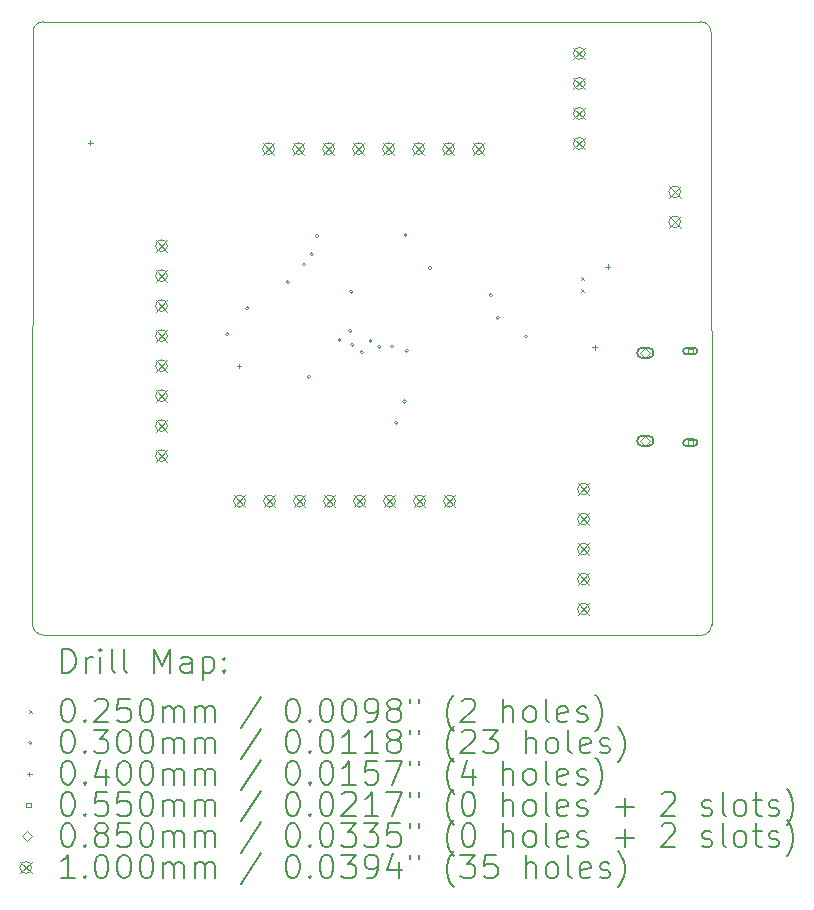
<source format=gbr>
%TF.GenerationSoftware,KiCad,Pcbnew,(6.0.8)*%
%TF.CreationDate,2022-10-27T20:00:06-05:00*%
%TF.ProjectId,STM32RFBoardPhil,53544d33-3252-4464-926f-617264506869,rev?*%
%TF.SameCoordinates,Original*%
%TF.FileFunction,Drillmap*%
%TF.FilePolarity,Positive*%
%FSLAX45Y45*%
G04 Gerber Fmt 4.5, Leading zero omitted, Abs format (unit mm)*
G04 Created by KiCad (PCBNEW (6.0.8)) date 2022-10-27 20:00:06*
%MOMM*%
%LPD*%
G01*
G04 APERTURE LIST*
%ADD10C,0.100000*%
%ADD11C,0.200000*%
%ADD12C,0.025000*%
%ADD13C,0.030000*%
%ADD14C,0.040000*%
%ADD15C,0.055000*%
%ADD16C,0.085000*%
G04 APERTURE END LIST*
D10*
X18370000Y-13650000D02*
X18366360Y-8633640D01*
X12709616Y-13735593D02*
X18280000Y-13740000D01*
X12713640Y-8543640D02*
G75*
G03*
X12623640Y-8633640I0J-90000D01*
G01*
X12623640Y-8633640D02*
X12619616Y-13645593D01*
X18366360Y-8633640D02*
G75*
G03*
X18276360Y-8543640I-90000J0D01*
G01*
X18280000Y-13740000D02*
G75*
G03*
X18370000Y-13650000I0J90000D01*
G01*
X12619617Y-13645593D02*
G75*
G03*
X12709616Y-13735593I90003J3D01*
G01*
X18276360Y-8543640D02*
X12713640Y-8543640D01*
D11*
D12*
X17262960Y-10705040D02*
X17287960Y-10730040D01*
X17287960Y-10705040D02*
X17262960Y-10730040D01*
X17262960Y-10805040D02*
X17287960Y-10830040D01*
X17287960Y-10805040D02*
X17262960Y-10830040D01*
D13*
X14285000Y-11190000D02*
G75*
G03*
X14285000Y-11190000I-15000J0D01*
G01*
X14455000Y-10970000D02*
G75*
G03*
X14455000Y-10970000I-15000J0D01*
G01*
X14795000Y-10750000D02*
G75*
G03*
X14795000Y-10750000I-15000J0D01*
G01*
X14935000Y-10600000D02*
G75*
G03*
X14935000Y-10600000I-15000J0D01*
G01*
X14975000Y-11550000D02*
G75*
G03*
X14975000Y-11550000I-15000J0D01*
G01*
X15000540Y-10514460D02*
G75*
G03*
X15000540Y-10514460I-15000J0D01*
G01*
X15043431Y-10358431D02*
G75*
G03*
X15043431Y-10358431I-15000J0D01*
G01*
X15235219Y-11238900D02*
G75*
G03*
X15235219Y-11238900I-15000J0D01*
G01*
X15325000Y-11160000D02*
G75*
G03*
X15325000Y-11160000I-15000J0D01*
G01*
X15335000Y-10830000D02*
G75*
G03*
X15335000Y-10830000I-15000J0D01*
G01*
X15344424Y-11279698D02*
G75*
G03*
X15344424Y-11279698I-15000J0D01*
G01*
X15422591Y-11341986D02*
G75*
G03*
X15422591Y-11341986I-15000J0D01*
G01*
X15496776Y-11247161D02*
G75*
G03*
X15496776Y-11247161I-15000J0D01*
G01*
X15572132Y-11296279D02*
G75*
G03*
X15572132Y-11296279I-15000J0D01*
G01*
X15680000Y-11295000D02*
G75*
G03*
X15680000Y-11295000I-15000J0D01*
G01*
X15715000Y-11940000D02*
G75*
G03*
X15715000Y-11940000I-15000J0D01*
G01*
X15785000Y-11760000D02*
G75*
G03*
X15785000Y-11760000I-15000J0D01*
G01*
X15795000Y-10350000D02*
G75*
G03*
X15795000Y-10350000I-15000J0D01*
G01*
X15805000Y-11330000D02*
G75*
G03*
X15805000Y-11330000I-15000J0D01*
G01*
X16000000Y-10630000D02*
G75*
G03*
X16000000Y-10630000I-15000J0D01*
G01*
X16515000Y-10860000D02*
G75*
G03*
X16515000Y-10860000I-15000J0D01*
G01*
X16575000Y-11050000D02*
G75*
G03*
X16575000Y-11050000I-15000J0D01*
G01*
X16815000Y-11210000D02*
G75*
G03*
X16815000Y-11210000I-15000J0D01*
G01*
D14*
X13110000Y-9550000D02*
X13110000Y-9590000D01*
X13090000Y-9570000D02*
X13130000Y-9570000D01*
X14370000Y-11440000D02*
X14370000Y-11480000D01*
X14350000Y-11460000D02*
X14390000Y-11460000D01*
X17380000Y-11280000D02*
X17380000Y-11320000D01*
X17360000Y-11300000D02*
X17400000Y-11300000D01*
X17490000Y-10600000D02*
X17490000Y-10640000D01*
X17470000Y-10620000D02*
X17510000Y-10620000D01*
D15*
X18208946Y-11352446D02*
X18208946Y-11313554D01*
X18170054Y-11313554D01*
X18170054Y-11352446D01*
X18208946Y-11352446D01*
D11*
X18157000Y-11360500D02*
X18222000Y-11360500D01*
X18157000Y-11305500D02*
X18222000Y-11305500D01*
X18222000Y-11360500D02*
G75*
G03*
X18222000Y-11305500I0J27500D01*
G01*
X18157000Y-11305500D02*
G75*
G03*
X18157000Y-11360500I0J-27500D01*
G01*
D15*
X18208946Y-12127446D02*
X18208946Y-12088554D01*
X18170054Y-12088554D01*
X18170054Y-12127446D01*
X18208946Y-12127446D01*
D11*
X18157000Y-12135500D02*
X18222000Y-12135500D01*
X18157000Y-12080500D02*
X18222000Y-12080500D01*
X18222000Y-12135500D02*
G75*
G03*
X18222000Y-12080500I0J27500D01*
G01*
X18157000Y-12080500D02*
G75*
G03*
X18157000Y-12135500I0J-27500D01*
G01*
D16*
X17809500Y-11390500D02*
X17852000Y-11348000D01*
X17809500Y-11305500D01*
X17767000Y-11348000D01*
X17809500Y-11390500D01*
D11*
X17782000Y-11390500D02*
X17837000Y-11390500D01*
X17782000Y-11305500D02*
X17837000Y-11305500D01*
X17837000Y-11390500D02*
G75*
G03*
X17837000Y-11305500I0J42500D01*
G01*
X17782000Y-11305500D02*
G75*
G03*
X17782000Y-11390500I0J-42500D01*
G01*
D16*
X17809500Y-12135500D02*
X17852000Y-12093000D01*
X17809500Y-12050500D01*
X17767000Y-12093000D01*
X17809500Y-12135500D01*
D11*
X17782000Y-12135500D02*
X17837000Y-12135500D01*
X17782000Y-12050500D02*
X17837000Y-12050500D01*
X17837000Y-12135500D02*
G75*
G03*
X17837000Y-12050500I0J42500D01*
G01*
X17782000Y-12050500D02*
G75*
G03*
X17782000Y-12135500I0J-42500D01*
G01*
D10*
X13662260Y-10391340D02*
X13762260Y-10491340D01*
X13762260Y-10391340D02*
X13662260Y-10491340D01*
X13762260Y-10441340D02*
G75*
G03*
X13762260Y-10441340I-50000J0D01*
G01*
X13662260Y-10645340D02*
X13762260Y-10745340D01*
X13762260Y-10645340D02*
X13662260Y-10745340D01*
X13762260Y-10695340D02*
G75*
G03*
X13762260Y-10695340I-50000J0D01*
G01*
X13662260Y-10899340D02*
X13762260Y-10999340D01*
X13762260Y-10899340D02*
X13662260Y-10999340D01*
X13762260Y-10949340D02*
G75*
G03*
X13762260Y-10949340I-50000J0D01*
G01*
X13662260Y-11153340D02*
X13762260Y-11253340D01*
X13762260Y-11153340D02*
X13662260Y-11253340D01*
X13762260Y-11203340D02*
G75*
G03*
X13762260Y-11203340I-50000J0D01*
G01*
X13662260Y-11407340D02*
X13762260Y-11507340D01*
X13762260Y-11407340D02*
X13662260Y-11507340D01*
X13762260Y-11457340D02*
G75*
G03*
X13762260Y-11457340I-50000J0D01*
G01*
X13662260Y-11661340D02*
X13762260Y-11761340D01*
X13762260Y-11661340D02*
X13662260Y-11761340D01*
X13762260Y-11711340D02*
G75*
G03*
X13762260Y-11711340I-50000J0D01*
G01*
X13662260Y-11915340D02*
X13762260Y-12015340D01*
X13762260Y-11915340D02*
X13662260Y-12015340D01*
X13762260Y-11965340D02*
G75*
G03*
X13762260Y-11965340I-50000J0D01*
G01*
X13662260Y-12169340D02*
X13762260Y-12269340D01*
X13762260Y-12169340D02*
X13662260Y-12269340D01*
X13762260Y-12219340D02*
G75*
G03*
X13762260Y-12219340I-50000J0D01*
G01*
X14323580Y-12553340D02*
X14423580Y-12653340D01*
X14423580Y-12553340D02*
X14323580Y-12653340D01*
X14423580Y-12603340D02*
G75*
G03*
X14423580Y-12603340I-50000J0D01*
G01*
X14569500Y-9570000D02*
X14669500Y-9670000D01*
X14669500Y-9570000D02*
X14569500Y-9670000D01*
X14669500Y-9620000D02*
G75*
G03*
X14669500Y-9620000I-50000J0D01*
G01*
X14577580Y-12553340D02*
X14677580Y-12653340D01*
X14677580Y-12553340D02*
X14577580Y-12653340D01*
X14677580Y-12603340D02*
G75*
G03*
X14677580Y-12603340I-50000J0D01*
G01*
X14823500Y-9570000D02*
X14923500Y-9670000D01*
X14923500Y-9570000D02*
X14823500Y-9670000D01*
X14923500Y-9620000D02*
G75*
G03*
X14923500Y-9620000I-50000J0D01*
G01*
X14831580Y-12553340D02*
X14931580Y-12653340D01*
X14931580Y-12553340D02*
X14831580Y-12653340D01*
X14931580Y-12603340D02*
G75*
G03*
X14931580Y-12603340I-50000J0D01*
G01*
X15077500Y-9570000D02*
X15177500Y-9670000D01*
X15177500Y-9570000D02*
X15077500Y-9670000D01*
X15177500Y-9620000D02*
G75*
G03*
X15177500Y-9620000I-50000J0D01*
G01*
X15085580Y-12553340D02*
X15185580Y-12653340D01*
X15185580Y-12553340D02*
X15085580Y-12653340D01*
X15185580Y-12603340D02*
G75*
G03*
X15185580Y-12603340I-50000J0D01*
G01*
X15331500Y-9570000D02*
X15431500Y-9670000D01*
X15431500Y-9570000D02*
X15331500Y-9670000D01*
X15431500Y-9620000D02*
G75*
G03*
X15431500Y-9620000I-50000J0D01*
G01*
X15339580Y-12553340D02*
X15439580Y-12653340D01*
X15439580Y-12553340D02*
X15339580Y-12653340D01*
X15439580Y-12603340D02*
G75*
G03*
X15439580Y-12603340I-50000J0D01*
G01*
X15585500Y-9570000D02*
X15685500Y-9670000D01*
X15685500Y-9570000D02*
X15585500Y-9670000D01*
X15685500Y-9620000D02*
G75*
G03*
X15685500Y-9620000I-50000J0D01*
G01*
X15593580Y-12553340D02*
X15693580Y-12653340D01*
X15693580Y-12553340D02*
X15593580Y-12653340D01*
X15693580Y-12603340D02*
G75*
G03*
X15693580Y-12603340I-50000J0D01*
G01*
X15839500Y-9570000D02*
X15939500Y-9670000D01*
X15939500Y-9570000D02*
X15839500Y-9670000D01*
X15939500Y-9620000D02*
G75*
G03*
X15939500Y-9620000I-50000J0D01*
G01*
X15847580Y-12553340D02*
X15947580Y-12653340D01*
X15947580Y-12553340D02*
X15847580Y-12653340D01*
X15947580Y-12603340D02*
G75*
G03*
X15947580Y-12603340I-50000J0D01*
G01*
X16093500Y-9570000D02*
X16193500Y-9670000D01*
X16193500Y-9570000D02*
X16093500Y-9670000D01*
X16193500Y-9620000D02*
G75*
G03*
X16193500Y-9620000I-50000J0D01*
G01*
X16101580Y-12553340D02*
X16201580Y-12653340D01*
X16201580Y-12553340D02*
X16101580Y-12653340D01*
X16201580Y-12603340D02*
G75*
G03*
X16201580Y-12603340I-50000J0D01*
G01*
X16347500Y-9570000D02*
X16447500Y-9670000D01*
X16447500Y-9570000D02*
X16347500Y-9670000D01*
X16447500Y-9620000D02*
G75*
G03*
X16447500Y-9620000I-50000J0D01*
G01*
X17200000Y-8763000D02*
X17300000Y-8863000D01*
X17300000Y-8763000D02*
X17200000Y-8863000D01*
X17300000Y-8813000D02*
G75*
G03*
X17300000Y-8813000I-50000J0D01*
G01*
X17200000Y-9017000D02*
X17300000Y-9117000D01*
X17300000Y-9017000D02*
X17200000Y-9117000D01*
X17300000Y-9067000D02*
G75*
G03*
X17300000Y-9067000I-50000J0D01*
G01*
X17200000Y-9271000D02*
X17300000Y-9371000D01*
X17300000Y-9271000D02*
X17200000Y-9371000D01*
X17300000Y-9321000D02*
G75*
G03*
X17300000Y-9321000I-50000J0D01*
G01*
X17200000Y-9525000D02*
X17300000Y-9625000D01*
X17300000Y-9525000D02*
X17200000Y-9625000D01*
X17300000Y-9575000D02*
G75*
G03*
X17300000Y-9575000I-50000J0D01*
G01*
X17235460Y-12451540D02*
X17335460Y-12551540D01*
X17335460Y-12451540D02*
X17235460Y-12551540D01*
X17335460Y-12501540D02*
G75*
G03*
X17335460Y-12501540I-50000J0D01*
G01*
X17235460Y-12705540D02*
X17335460Y-12805540D01*
X17335460Y-12705540D02*
X17235460Y-12805540D01*
X17335460Y-12755540D02*
G75*
G03*
X17335460Y-12755540I-50000J0D01*
G01*
X17235460Y-12959540D02*
X17335460Y-13059540D01*
X17335460Y-12959540D02*
X17235460Y-13059540D01*
X17335460Y-13009540D02*
G75*
G03*
X17335460Y-13009540I-50000J0D01*
G01*
X17235460Y-13213540D02*
X17335460Y-13313540D01*
X17335460Y-13213540D02*
X17235460Y-13313540D01*
X17335460Y-13263540D02*
G75*
G03*
X17335460Y-13263540I-50000J0D01*
G01*
X17235460Y-13467540D02*
X17335460Y-13567540D01*
X17335460Y-13467540D02*
X17235460Y-13567540D01*
X17335460Y-13517540D02*
G75*
G03*
X17335460Y-13517540I-50000J0D01*
G01*
X18007960Y-9935000D02*
X18107960Y-10035000D01*
X18107960Y-9935000D02*
X18007960Y-10035000D01*
X18107960Y-9985000D02*
G75*
G03*
X18107960Y-9985000I-50000J0D01*
G01*
X18007960Y-10189000D02*
X18107960Y-10289000D01*
X18107960Y-10189000D02*
X18007960Y-10289000D01*
X18107960Y-10239000D02*
G75*
G03*
X18107960Y-10239000I-50000J0D01*
G01*
D11*
X12872235Y-14055476D02*
X12872235Y-13855476D01*
X12919854Y-13855476D01*
X12948426Y-13865000D01*
X12967474Y-13884048D01*
X12976997Y-13903095D01*
X12986521Y-13941190D01*
X12986521Y-13969762D01*
X12976997Y-14007857D01*
X12967474Y-14026905D01*
X12948426Y-14045952D01*
X12919854Y-14055476D01*
X12872235Y-14055476D01*
X13072235Y-14055476D02*
X13072235Y-13922143D01*
X13072235Y-13960238D02*
X13081759Y-13941190D01*
X13091283Y-13931667D01*
X13110331Y-13922143D01*
X13129378Y-13922143D01*
X13196045Y-14055476D02*
X13196045Y-13922143D01*
X13196045Y-13855476D02*
X13186521Y-13865000D01*
X13196045Y-13874524D01*
X13205569Y-13865000D01*
X13196045Y-13855476D01*
X13196045Y-13874524D01*
X13319854Y-14055476D02*
X13300807Y-14045952D01*
X13291283Y-14026905D01*
X13291283Y-13855476D01*
X13424616Y-14055476D02*
X13405569Y-14045952D01*
X13396045Y-14026905D01*
X13396045Y-13855476D01*
X13653188Y-14055476D02*
X13653188Y-13855476D01*
X13719854Y-13998333D01*
X13786521Y-13855476D01*
X13786521Y-14055476D01*
X13967474Y-14055476D02*
X13967474Y-13950714D01*
X13957950Y-13931667D01*
X13938902Y-13922143D01*
X13900807Y-13922143D01*
X13881759Y-13931667D01*
X13967474Y-14045952D02*
X13948426Y-14055476D01*
X13900807Y-14055476D01*
X13881759Y-14045952D01*
X13872235Y-14026905D01*
X13872235Y-14007857D01*
X13881759Y-13988809D01*
X13900807Y-13979286D01*
X13948426Y-13979286D01*
X13967474Y-13969762D01*
X14062712Y-13922143D02*
X14062712Y-14122143D01*
X14062712Y-13931667D02*
X14081759Y-13922143D01*
X14119854Y-13922143D01*
X14138902Y-13931667D01*
X14148426Y-13941190D01*
X14157950Y-13960238D01*
X14157950Y-14017381D01*
X14148426Y-14036428D01*
X14138902Y-14045952D01*
X14119854Y-14055476D01*
X14081759Y-14055476D01*
X14062712Y-14045952D01*
X14243664Y-14036428D02*
X14253188Y-14045952D01*
X14243664Y-14055476D01*
X14234140Y-14045952D01*
X14243664Y-14036428D01*
X14243664Y-14055476D01*
X14243664Y-13931667D02*
X14253188Y-13941190D01*
X14243664Y-13950714D01*
X14234140Y-13941190D01*
X14243664Y-13931667D01*
X14243664Y-13950714D01*
D12*
X12589616Y-14372500D02*
X12614616Y-14397500D01*
X12614616Y-14372500D02*
X12589616Y-14397500D01*
D11*
X12910331Y-14275476D02*
X12929378Y-14275476D01*
X12948426Y-14285000D01*
X12957950Y-14294524D01*
X12967474Y-14313571D01*
X12976997Y-14351667D01*
X12976997Y-14399286D01*
X12967474Y-14437381D01*
X12957950Y-14456428D01*
X12948426Y-14465952D01*
X12929378Y-14475476D01*
X12910331Y-14475476D01*
X12891283Y-14465952D01*
X12881759Y-14456428D01*
X12872235Y-14437381D01*
X12862712Y-14399286D01*
X12862712Y-14351667D01*
X12872235Y-14313571D01*
X12881759Y-14294524D01*
X12891283Y-14285000D01*
X12910331Y-14275476D01*
X13062712Y-14456428D02*
X13072235Y-14465952D01*
X13062712Y-14475476D01*
X13053188Y-14465952D01*
X13062712Y-14456428D01*
X13062712Y-14475476D01*
X13148426Y-14294524D02*
X13157950Y-14285000D01*
X13176997Y-14275476D01*
X13224616Y-14275476D01*
X13243664Y-14285000D01*
X13253188Y-14294524D01*
X13262712Y-14313571D01*
X13262712Y-14332619D01*
X13253188Y-14361190D01*
X13138902Y-14475476D01*
X13262712Y-14475476D01*
X13443664Y-14275476D02*
X13348426Y-14275476D01*
X13338902Y-14370714D01*
X13348426Y-14361190D01*
X13367474Y-14351667D01*
X13415093Y-14351667D01*
X13434140Y-14361190D01*
X13443664Y-14370714D01*
X13453188Y-14389762D01*
X13453188Y-14437381D01*
X13443664Y-14456428D01*
X13434140Y-14465952D01*
X13415093Y-14475476D01*
X13367474Y-14475476D01*
X13348426Y-14465952D01*
X13338902Y-14456428D01*
X13576997Y-14275476D02*
X13596045Y-14275476D01*
X13615093Y-14285000D01*
X13624616Y-14294524D01*
X13634140Y-14313571D01*
X13643664Y-14351667D01*
X13643664Y-14399286D01*
X13634140Y-14437381D01*
X13624616Y-14456428D01*
X13615093Y-14465952D01*
X13596045Y-14475476D01*
X13576997Y-14475476D01*
X13557950Y-14465952D01*
X13548426Y-14456428D01*
X13538902Y-14437381D01*
X13529378Y-14399286D01*
X13529378Y-14351667D01*
X13538902Y-14313571D01*
X13548426Y-14294524D01*
X13557950Y-14285000D01*
X13576997Y-14275476D01*
X13729378Y-14475476D02*
X13729378Y-14342143D01*
X13729378Y-14361190D02*
X13738902Y-14351667D01*
X13757950Y-14342143D01*
X13786521Y-14342143D01*
X13805569Y-14351667D01*
X13815093Y-14370714D01*
X13815093Y-14475476D01*
X13815093Y-14370714D02*
X13824616Y-14351667D01*
X13843664Y-14342143D01*
X13872235Y-14342143D01*
X13891283Y-14351667D01*
X13900807Y-14370714D01*
X13900807Y-14475476D01*
X13996045Y-14475476D02*
X13996045Y-14342143D01*
X13996045Y-14361190D02*
X14005569Y-14351667D01*
X14024616Y-14342143D01*
X14053188Y-14342143D01*
X14072235Y-14351667D01*
X14081759Y-14370714D01*
X14081759Y-14475476D01*
X14081759Y-14370714D02*
X14091283Y-14351667D01*
X14110331Y-14342143D01*
X14138902Y-14342143D01*
X14157950Y-14351667D01*
X14167474Y-14370714D01*
X14167474Y-14475476D01*
X14557950Y-14265952D02*
X14386521Y-14523095D01*
X14815093Y-14275476D02*
X14834140Y-14275476D01*
X14853188Y-14285000D01*
X14862712Y-14294524D01*
X14872235Y-14313571D01*
X14881759Y-14351667D01*
X14881759Y-14399286D01*
X14872235Y-14437381D01*
X14862712Y-14456428D01*
X14853188Y-14465952D01*
X14834140Y-14475476D01*
X14815093Y-14475476D01*
X14796045Y-14465952D01*
X14786521Y-14456428D01*
X14776997Y-14437381D01*
X14767474Y-14399286D01*
X14767474Y-14351667D01*
X14776997Y-14313571D01*
X14786521Y-14294524D01*
X14796045Y-14285000D01*
X14815093Y-14275476D01*
X14967474Y-14456428D02*
X14976997Y-14465952D01*
X14967474Y-14475476D01*
X14957950Y-14465952D01*
X14967474Y-14456428D01*
X14967474Y-14475476D01*
X15100807Y-14275476D02*
X15119854Y-14275476D01*
X15138902Y-14285000D01*
X15148426Y-14294524D01*
X15157950Y-14313571D01*
X15167474Y-14351667D01*
X15167474Y-14399286D01*
X15157950Y-14437381D01*
X15148426Y-14456428D01*
X15138902Y-14465952D01*
X15119854Y-14475476D01*
X15100807Y-14475476D01*
X15081759Y-14465952D01*
X15072235Y-14456428D01*
X15062712Y-14437381D01*
X15053188Y-14399286D01*
X15053188Y-14351667D01*
X15062712Y-14313571D01*
X15072235Y-14294524D01*
X15081759Y-14285000D01*
X15100807Y-14275476D01*
X15291283Y-14275476D02*
X15310331Y-14275476D01*
X15329378Y-14285000D01*
X15338902Y-14294524D01*
X15348426Y-14313571D01*
X15357950Y-14351667D01*
X15357950Y-14399286D01*
X15348426Y-14437381D01*
X15338902Y-14456428D01*
X15329378Y-14465952D01*
X15310331Y-14475476D01*
X15291283Y-14475476D01*
X15272235Y-14465952D01*
X15262712Y-14456428D01*
X15253188Y-14437381D01*
X15243664Y-14399286D01*
X15243664Y-14351667D01*
X15253188Y-14313571D01*
X15262712Y-14294524D01*
X15272235Y-14285000D01*
X15291283Y-14275476D01*
X15453188Y-14475476D02*
X15491283Y-14475476D01*
X15510331Y-14465952D01*
X15519854Y-14456428D01*
X15538902Y-14427857D01*
X15548426Y-14389762D01*
X15548426Y-14313571D01*
X15538902Y-14294524D01*
X15529378Y-14285000D01*
X15510331Y-14275476D01*
X15472235Y-14275476D01*
X15453188Y-14285000D01*
X15443664Y-14294524D01*
X15434140Y-14313571D01*
X15434140Y-14361190D01*
X15443664Y-14380238D01*
X15453188Y-14389762D01*
X15472235Y-14399286D01*
X15510331Y-14399286D01*
X15529378Y-14389762D01*
X15538902Y-14380238D01*
X15548426Y-14361190D01*
X15662712Y-14361190D02*
X15643664Y-14351667D01*
X15634140Y-14342143D01*
X15624616Y-14323095D01*
X15624616Y-14313571D01*
X15634140Y-14294524D01*
X15643664Y-14285000D01*
X15662712Y-14275476D01*
X15700807Y-14275476D01*
X15719854Y-14285000D01*
X15729378Y-14294524D01*
X15738902Y-14313571D01*
X15738902Y-14323095D01*
X15729378Y-14342143D01*
X15719854Y-14351667D01*
X15700807Y-14361190D01*
X15662712Y-14361190D01*
X15643664Y-14370714D01*
X15634140Y-14380238D01*
X15624616Y-14399286D01*
X15624616Y-14437381D01*
X15634140Y-14456428D01*
X15643664Y-14465952D01*
X15662712Y-14475476D01*
X15700807Y-14475476D01*
X15719854Y-14465952D01*
X15729378Y-14456428D01*
X15738902Y-14437381D01*
X15738902Y-14399286D01*
X15729378Y-14380238D01*
X15719854Y-14370714D01*
X15700807Y-14361190D01*
X15815093Y-14275476D02*
X15815093Y-14313571D01*
X15891283Y-14275476D02*
X15891283Y-14313571D01*
X16186521Y-14551667D02*
X16176997Y-14542143D01*
X16157950Y-14513571D01*
X16148426Y-14494524D01*
X16138902Y-14465952D01*
X16129378Y-14418333D01*
X16129378Y-14380238D01*
X16138902Y-14332619D01*
X16148426Y-14304048D01*
X16157950Y-14285000D01*
X16176997Y-14256428D01*
X16186521Y-14246905D01*
X16253188Y-14294524D02*
X16262712Y-14285000D01*
X16281759Y-14275476D01*
X16329378Y-14275476D01*
X16348426Y-14285000D01*
X16357950Y-14294524D01*
X16367474Y-14313571D01*
X16367474Y-14332619D01*
X16357950Y-14361190D01*
X16243664Y-14475476D01*
X16367474Y-14475476D01*
X16605569Y-14475476D02*
X16605569Y-14275476D01*
X16691283Y-14475476D02*
X16691283Y-14370714D01*
X16681759Y-14351667D01*
X16662712Y-14342143D01*
X16634140Y-14342143D01*
X16615093Y-14351667D01*
X16605569Y-14361190D01*
X16815093Y-14475476D02*
X16796045Y-14465952D01*
X16786521Y-14456428D01*
X16776997Y-14437381D01*
X16776997Y-14380238D01*
X16786521Y-14361190D01*
X16796045Y-14351667D01*
X16815093Y-14342143D01*
X16843664Y-14342143D01*
X16862712Y-14351667D01*
X16872236Y-14361190D01*
X16881759Y-14380238D01*
X16881759Y-14437381D01*
X16872236Y-14456428D01*
X16862712Y-14465952D01*
X16843664Y-14475476D01*
X16815093Y-14475476D01*
X16996045Y-14475476D02*
X16976997Y-14465952D01*
X16967474Y-14446905D01*
X16967474Y-14275476D01*
X17148426Y-14465952D02*
X17129378Y-14475476D01*
X17091283Y-14475476D01*
X17072236Y-14465952D01*
X17062712Y-14446905D01*
X17062712Y-14370714D01*
X17072236Y-14351667D01*
X17091283Y-14342143D01*
X17129378Y-14342143D01*
X17148426Y-14351667D01*
X17157950Y-14370714D01*
X17157950Y-14389762D01*
X17062712Y-14408809D01*
X17234140Y-14465952D02*
X17253188Y-14475476D01*
X17291283Y-14475476D01*
X17310331Y-14465952D01*
X17319855Y-14446905D01*
X17319855Y-14437381D01*
X17310331Y-14418333D01*
X17291283Y-14408809D01*
X17262712Y-14408809D01*
X17243664Y-14399286D01*
X17234140Y-14380238D01*
X17234140Y-14370714D01*
X17243664Y-14351667D01*
X17262712Y-14342143D01*
X17291283Y-14342143D01*
X17310331Y-14351667D01*
X17386521Y-14551667D02*
X17396045Y-14542143D01*
X17415093Y-14513571D01*
X17424616Y-14494524D01*
X17434140Y-14465952D01*
X17443664Y-14418333D01*
X17443664Y-14380238D01*
X17434140Y-14332619D01*
X17424616Y-14304048D01*
X17415093Y-14285000D01*
X17396045Y-14256428D01*
X17386521Y-14246905D01*
D13*
X12614616Y-14649000D02*
G75*
G03*
X12614616Y-14649000I-15000J0D01*
G01*
D11*
X12910331Y-14539476D02*
X12929378Y-14539476D01*
X12948426Y-14549000D01*
X12957950Y-14558524D01*
X12967474Y-14577571D01*
X12976997Y-14615667D01*
X12976997Y-14663286D01*
X12967474Y-14701381D01*
X12957950Y-14720428D01*
X12948426Y-14729952D01*
X12929378Y-14739476D01*
X12910331Y-14739476D01*
X12891283Y-14729952D01*
X12881759Y-14720428D01*
X12872235Y-14701381D01*
X12862712Y-14663286D01*
X12862712Y-14615667D01*
X12872235Y-14577571D01*
X12881759Y-14558524D01*
X12891283Y-14549000D01*
X12910331Y-14539476D01*
X13062712Y-14720428D02*
X13072235Y-14729952D01*
X13062712Y-14739476D01*
X13053188Y-14729952D01*
X13062712Y-14720428D01*
X13062712Y-14739476D01*
X13138902Y-14539476D02*
X13262712Y-14539476D01*
X13196045Y-14615667D01*
X13224616Y-14615667D01*
X13243664Y-14625190D01*
X13253188Y-14634714D01*
X13262712Y-14653762D01*
X13262712Y-14701381D01*
X13253188Y-14720428D01*
X13243664Y-14729952D01*
X13224616Y-14739476D01*
X13167474Y-14739476D01*
X13148426Y-14729952D01*
X13138902Y-14720428D01*
X13386521Y-14539476D02*
X13405569Y-14539476D01*
X13424616Y-14549000D01*
X13434140Y-14558524D01*
X13443664Y-14577571D01*
X13453188Y-14615667D01*
X13453188Y-14663286D01*
X13443664Y-14701381D01*
X13434140Y-14720428D01*
X13424616Y-14729952D01*
X13405569Y-14739476D01*
X13386521Y-14739476D01*
X13367474Y-14729952D01*
X13357950Y-14720428D01*
X13348426Y-14701381D01*
X13338902Y-14663286D01*
X13338902Y-14615667D01*
X13348426Y-14577571D01*
X13357950Y-14558524D01*
X13367474Y-14549000D01*
X13386521Y-14539476D01*
X13576997Y-14539476D02*
X13596045Y-14539476D01*
X13615093Y-14549000D01*
X13624616Y-14558524D01*
X13634140Y-14577571D01*
X13643664Y-14615667D01*
X13643664Y-14663286D01*
X13634140Y-14701381D01*
X13624616Y-14720428D01*
X13615093Y-14729952D01*
X13596045Y-14739476D01*
X13576997Y-14739476D01*
X13557950Y-14729952D01*
X13548426Y-14720428D01*
X13538902Y-14701381D01*
X13529378Y-14663286D01*
X13529378Y-14615667D01*
X13538902Y-14577571D01*
X13548426Y-14558524D01*
X13557950Y-14549000D01*
X13576997Y-14539476D01*
X13729378Y-14739476D02*
X13729378Y-14606143D01*
X13729378Y-14625190D02*
X13738902Y-14615667D01*
X13757950Y-14606143D01*
X13786521Y-14606143D01*
X13805569Y-14615667D01*
X13815093Y-14634714D01*
X13815093Y-14739476D01*
X13815093Y-14634714D02*
X13824616Y-14615667D01*
X13843664Y-14606143D01*
X13872235Y-14606143D01*
X13891283Y-14615667D01*
X13900807Y-14634714D01*
X13900807Y-14739476D01*
X13996045Y-14739476D02*
X13996045Y-14606143D01*
X13996045Y-14625190D02*
X14005569Y-14615667D01*
X14024616Y-14606143D01*
X14053188Y-14606143D01*
X14072235Y-14615667D01*
X14081759Y-14634714D01*
X14081759Y-14739476D01*
X14081759Y-14634714D02*
X14091283Y-14615667D01*
X14110331Y-14606143D01*
X14138902Y-14606143D01*
X14157950Y-14615667D01*
X14167474Y-14634714D01*
X14167474Y-14739476D01*
X14557950Y-14529952D02*
X14386521Y-14787095D01*
X14815093Y-14539476D02*
X14834140Y-14539476D01*
X14853188Y-14549000D01*
X14862712Y-14558524D01*
X14872235Y-14577571D01*
X14881759Y-14615667D01*
X14881759Y-14663286D01*
X14872235Y-14701381D01*
X14862712Y-14720428D01*
X14853188Y-14729952D01*
X14834140Y-14739476D01*
X14815093Y-14739476D01*
X14796045Y-14729952D01*
X14786521Y-14720428D01*
X14776997Y-14701381D01*
X14767474Y-14663286D01*
X14767474Y-14615667D01*
X14776997Y-14577571D01*
X14786521Y-14558524D01*
X14796045Y-14549000D01*
X14815093Y-14539476D01*
X14967474Y-14720428D02*
X14976997Y-14729952D01*
X14967474Y-14739476D01*
X14957950Y-14729952D01*
X14967474Y-14720428D01*
X14967474Y-14739476D01*
X15100807Y-14539476D02*
X15119854Y-14539476D01*
X15138902Y-14549000D01*
X15148426Y-14558524D01*
X15157950Y-14577571D01*
X15167474Y-14615667D01*
X15167474Y-14663286D01*
X15157950Y-14701381D01*
X15148426Y-14720428D01*
X15138902Y-14729952D01*
X15119854Y-14739476D01*
X15100807Y-14739476D01*
X15081759Y-14729952D01*
X15072235Y-14720428D01*
X15062712Y-14701381D01*
X15053188Y-14663286D01*
X15053188Y-14615667D01*
X15062712Y-14577571D01*
X15072235Y-14558524D01*
X15081759Y-14549000D01*
X15100807Y-14539476D01*
X15357950Y-14739476D02*
X15243664Y-14739476D01*
X15300807Y-14739476D02*
X15300807Y-14539476D01*
X15281759Y-14568048D01*
X15262712Y-14587095D01*
X15243664Y-14596619D01*
X15548426Y-14739476D02*
X15434140Y-14739476D01*
X15491283Y-14739476D02*
X15491283Y-14539476D01*
X15472235Y-14568048D01*
X15453188Y-14587095D01*
X15434140Y-14596619D01*
X15662712Y-14625190D02*
X15643664Y-14615667D01*
X15634140Y-14606143D01*
X15624616Y-14587095D01*
X15624616Y-14577571D01*
X15634140Y-14558524D01*
X15643664Y-14549000D01*
X15662712Y-14539476D01*
X15700807Y-14539476D01*
X15719854Y-14549000D01*
X15729378Y-14558524D01*
X15738902Y-14577571D01*
X15738902Y-14587095D01*
X15729378Y-14606143D01*
X15719854Y-14615667D01*
X15700807Y-14625190D01*
X15662712Y-14625190D01*
X15643664Y-14634714D01*
X15634140Y-14644238D01*
X15624616Y-14663286D01*
X15624616Y-14701381D01*
X15634140Y-14720428D01*
X15643664Y-14729952D01*
X15662712Y-14739476D01*
X15700807Y-14739476D01*
X15719854Y-14729952D01*
X15729378Y-14720428D01*
X15738902Y-14701381D01*
X15738902Y-14663286D01*
X15729378Y-14644238D01*
X15719854Y-14634714D01*
X15700807Y-14625190D01*
X15815093Y-14539476D02*
X15815093Y-14577571D01*
X15891283Y-14539476D02*
X15891283Y-14577571D01*
X16186521Y-14815667D02*
X16176997Y-14806143D01*
X16157950Y-14777571D01*
X16148426Y-14758524D01*
X16138902Y-14729952D01*
X16129378Y-14682333D01*
X16129378Y-14644238D01*
X16138902Y-14596619D01*
X16148426Y-14568048D01*
X16157950Y-14549000D01*
X16176997Y-14520428D01*
X16186521Y-14510905D01*
X16253188Y-14558524D02*
X16262712Y-14549000D01*
X16281759Y-14539476D01*
X16329378Y-14539476D01*
X16348426Y-14549000D01*
X16357950Y-14558524D01*
X16367474Y-14577571D01*
X16367474Y-14596619D01*
X16357950Y-14625190D01*
X16243664Y-14739476D01*
X16367474Y-14739476D01*
X16434140Y-14539476D02*
X16557950Y-14539476D01*
X16491283Y-14615667D01*
X16519854Y-14615667D01*
X16538902Y-14625190D01*
X16548426Y-14634714D01*
X16557950Y-14653762D01*
X16557950Y-14701381D01*
X16548426Y-14720428D01*
X16538902Y-14729952D01*
X16519854Y-14739476D01*
X16462712Y-14739476D01*
X16443664Y-14729952D01*
X16434140Y-14720428D01*
X16796045Y-14739476D02*
X16796045Y-14539476D01*
X16881759Y-14739476D02*
X16881759Y-14634714D01*
X16872236Y-14615667D01*
X16853188Y-14606143D01*
X16824616Y-14606143D01*
X16805569Y-14615667D01*
X16796045Y-14625190D01*
X17005569Y-14739476D02*
X16986521Y-14729952D01*
X16976997Y-14720428D01*
X16967474Y-14701381D01*
X16967474Y-14644238D01*
X16976997Y-14625190D01*
X16986521Y-14615667D01*
X17005569Y-14606143D01*
X17034140Y-14606143D01*
X17053188Y-14615667D01*
X17062712Y-14625190D01*
X17072236Y-14644238D01*
X17072236Y-14701381D01*
X17062712Y-14720428D01*
X17053188Y-14729952D01*
X17034140Y-14739476D01*
X17005569Y-14739476D01*
X17186521Y-14739476D02*
X17167474Y-14729952D01*
X17157950Y-14710905D01*
X17157950Y-14539476D01*
X17338902Y-14729952D02*
X17319855Y-14739476D01*
X17281759Y-14739476D01*
X17262712Y-14729952D01*
X17253188Y-14710905D01*
X17253188Y-14634714D01*
X17262712Y-14615667D01*
X17281759Y-14606143D01*
X17319855Y-14606143D01*
X17338902Y-14615667D01*
X17348426Y-14634714D01*
X17348426Y-14653762D01*
X17253188Y-14672809D01*
X17424616Y-14729952D02*
X17443664Y-14739476D01*
X17481759Y-14739476D01*
X17500807Y-14729952D01*
X17510331Y-14710905D01*
X17510331Y-14701381D01*
X17500807Y-14682333D01*
X17481759Y-14672809D01*
X17453188Y-14672809D01*
X17434140Y-14663286D01*
X17424616Y-14644238D01*
X17424616Y-14634714D01*
X17434140Y-14615667D01*
X17453188Y-14606143D01*
X17481759Y-14606143D01*
X17500807Y-14615667D01*
X17576997Y-14815667D02*
X17586521Y-14806143D01*
X17605569Y-14777571D01*
X17615093Y-14758524D01*
X17624616Y-14729952D01*
X17634140Y-14682333D01*
X17634140Y-14644238D01*
X17624616Y-14596619D01*
X17615093Y-14568048D01*
X17605569Y-14549000D01*
X17586521Y-14520428D01*
X17576997Y-14510905D01*
D14*
X12594616Y-14893000D02*
X12594616Y-14933000D01*
X12574616Y-14913000D02*
X12614616Y-14913000D01*
D11*
X12910331Y-14803476D02*
X12929378Y-14803476D01*
X12948426Y-14813000D01*
X12957950Y-14822524D01*
X12967474Y-14841571D01*
X12976997Y-14879667D01*
X12976997Y-14927286D01*
X12967474Y-14965381D01*
X12957950Y-14984428D01*
X12948426Y-14993952D01*
X12929378Y-15003476D01*
X12910331Y-15003476D01*
X12891283Y-14993952D01*
X12881759Y-14984428D01*
X12872235Y-14965381D01*
X12862712Y-14927286D01*
X12862712Y-14879667D01*
X12872235Y-14841571D01*
X12881759Y-14822524D01*
X12891283Y-14813000D01*
X12910331Y-14803476D01*
X13062712Y-14984428D02*
X13072235Y-14993952D01*
X13062712Y-15003476D01*
X13053188Y-14993952D01*
X13062712Y-14984428D01*
X13062712Y-15003476D01*
X13243664Y-14870143D02*
X13243664Y-15003476D01*
X13196045Y-14793952D02*
X13148426Y-14936809D01*
X13272235Y-14936809D01*
X13386521Y-14803476D02*
X13405569Y-14803476D01*
X13424616Y-14813000D01*
X13434140Y-14822524D01*
X13443664Y-14841571D01*
X13453188Y-14879667D01*
X13453188Y-14927286D01*
X13443664Y-14965381D01*
X13434140Y-14984428D01*
X13424616Y-14993952D01*
X13405569Y-15003476D01*
X13386521Y-15003476D01*
X13367474Y-14993952D01*
X13357950Y-14984428D01*
X13348426Y-14965381D01*
X13338902Y-14927286D01*
X13338902Y-14879667D01*
X13348426Y-14841571D01*
X13357950Y-14822524D01*
X13367474Y-14813000D01*
X13386521Y-14803476D01*
X13576997Y-14803476D02*
X13596045Y-14803476D01*
X13615093Y-14813000D01*
X13624616Y-14822524D01*
X13634140Y-14841571D01*
X13643664Y-14879667D01*
X13643664Y-14927286D01*
X13634140Y-14965381D01*
X13624616Y-14984428D01*
X13615093Y-14993952D01*
X13596045Y-15003476D01*
X13576997Y-15003476D01*
X13557950Y-14993952D01*
X13548426Y-14984428D01*
X13538902Y-14965381D01*
X13529378Y-14927286D01*
X13529378Y-14879667D01*
X13538902Y-14841571D01*
X13548426Y-14822524D01*
X13557950Y-14813000D01*
X13576997Y-14803476D01*
X13729378Y-15003476D02*
X13729378Y-14870143D01*
X13729378Y-14889190D02*
X13738902Y-14879667D01*
X13757950Y-14870143D01*
X13786521Y-14870143D01*
X13805569Y-14879667D01*
X13815093Y-14898714D01*
X13815093Y-15003476D01*
X13815093Y-14898714D02*
X13824616Y-14879667D01*
X13843664Y-14870143D01*
X13872235Y-14870143D01*
X13891283Y-14879667D01*
X13900807Y-14898714D01*
X13900807Y-15003476D01*
X13996045Y-15003476D02*
X13996045Y-14870143D01*
X13996045Y-14889190D02*
X14005569Y-14879667D01*
X14024616Y-14870143D01*
X14053188Y-14870143D01*
X14072235Y-14879667D01*
X14081759Y-14898714D01*
X14081759Y-15003476D01*
X14081759Y-14898714D02*
X14091283Y-14879667D01*
X14110331Y-14870143D01*
X14138902Y-14870143D01*
X14157950Y-14879667D01*
X14167474Y-14898714D01*
X14167474Y-15003476D01*
X14557950Y-14793952D02*
X14386521Y-15051095D01*
X14815093Y-14803476D02*
X14834140Y-14803476D01*
X14853188Y-14813000D01*
X14862712Y-14822524D01*
X14872235Y-14841571D01*
X14881759Y-14879667D01*
X14881759Y-14927286D01*
X14872235Y-14965381D01*
X14862712Y-14984428D01*
X14853188Y-14993952D01*
X14834140Y-15003476D01*
X14815093Y-15003476D01*
X14796045Y-14993952D01*
X14786521Y-14984428D01*
X14776997Y-14965381D01*
X14767474Y-14927286D01*
X14767474Y-14879667D01*
X14776997Y-14841571D01*
X14786521Y-14822524D01*
X14796045Y-14813000D01*
X14815093Y-14803476D01*
X14967474Y-14984428D02*
X14976997Y-14993952D01*
X14967474Y-15003476D01*
X14957950Y-14993952D01*
X14967474Y-14984428D01*
X14967474Y-15003476D01*
X15100807Y-14803476D02*
X15119854Y-14803476D01*
X15138902Y-14813000D01*
X15148426Y-14822524D01*
X15157950Y-14841571D01*
X15167474Y-14879667D01*
X15167474Y-14927286D01*
X15157950Y-14965381D01*
X15148426Y-14984428D01*
X15138902Y-14993952D01*
X15119854Y-15003476D01*
X15100807Y-15003476D01*
X15081759Y-14993952D01*
X15072235Y-14984428D01*
X15062712Y-14965381D01*
X15053188Y-14927286D01*
X15053188Y-14879667D01*
X15062712Y-14841571D01*
X15072235Y-14822524D01*
X15081759Y-14813000D01*
X15100807Y-14803476D01*
X15357950Y-15003476D02*
X15243664Y-15003476D01*
X15300807Y-15003476D02*
X15300807Y-14803476D01*
X15281759Y-14832048D01*
X15262712Y-14851095D01*
X15243664Y-14860619D01*
X15538902Y-14803476D02*
X15443664Y-14803476D01*
X15434140Y-14898714D01*
X15443664Y-14889190D01*
X15462712Y-14879667D01*
X15510331Y-14879667D01*
X15529378Y-14889190D01*
X15538902Y-14898714D01*
X15548426Y-14917762D01*
X15548426Y-14965381D01*
X15538902Y-14984428D01*
X15529378Y-14993952D01*
X15510331Y-15003476D01*
X15462712Y-15003476D01*
X15443664Y-14993952D01*
X15434140Y-14984428D01*
X15615093Y-14803476D02*
X15748426Y-14803476D01*
X15662712Y-15003476D01*
X15815093Y-14803476D02*
X15815093Y-14841571D01*
X15891283Y-14803476D02*
X15891283Y-14841571D01*
X16186521Y-15079667D02*
X16176997Y-15070143D01*
X16157950Y-15041571D01*
X16148426Y-15022524D01*
X16138902Y-14993952D01*
X16129378Y-14946333D01*
X16129378Y-14908238D01*
X16138902Y-14860619D01*
X16148426Y-14832048D01*
X16157950Y-14813000D01*
X16176997Y-14784428D01*
X16186521Y-14774905D01*
X16348426Y-14870143D02*
X16348426Y-15003476D01*
X16300807Y-14793952D02*
X16253188Y-14936809D01*
X16376997Y-14936809D01*
X16605569Y-15003476D02*
X16605569Y-14803476D01*
X16691283Y-15003476D02*
X16691283Y-14898714D01*
X16681759Y-14879667D01*
X16662712Y-14870143D01*
X16634140Y-14870143D01*
X16615093Y-14879667D01*
X16605569Y-14889190D01*
X16815093Y-15003476D02*
X16796045Y-14993952D01*
X16786521Y-14984428D01*
X16776997Y-14965381D01*
X16776997Y-14908238D01*
X16786521Y-14889190D01*
X16796045Y-14879667D01*
X16815093Y-14870143D01*
X16843664Y-14870143D01*
X16862712Y-14879667D01*
X16872236Y-14889190D01*
X16881759Y-14908238D01*
X16881759Y-14965381D01*
X16872236Y-14984428D01*
X16862712Y-14993952D01*
X16843664Y-15003476D01*
X16815093Y-15003476D01*
X16996045Y-15003476D02*
X16976997Y-14993952D01*
X16967474Y-14974905D01*
X16967474Y-14803476D01*
X17148426Y-14993952D02*
X17129378Y-15003476D01*
X17091283Y-15003476D01*
X17072236Y-14993952D01*
X17062712Y-14974905D01*
X17062712Y-14898714D01*
X17072236Y-14879667D01*
X17091283Y-14870143D01*
X17129378Y-14870143D01*
X17148426Y-14879667D01*
X17157950Y-14898714D01*
X17157950Y-14917762D01*
X17062712Y-14936809D01*
X17234140Y-14993952D02*
X17253188Y-15003476D01*
X17291283Y-15003476D01*
X17310331Y-14993952D01*
X17319855Y-14974905D01*
X17319855Y-14965381D01*
X17310331Y-14946333D01*
X17291283Y-14936809D01*
X17262712Y-14936809D01*
X17243664Y-14927286D01*
X17234140Y-14908238D01*
X17234140Y-14898714D01*
X17243664Y-14879667D01*
X17262712Y-14870143D01*
X17291283Y-14870143D01*
X17310331Y-14879667D01*
X17386521Y-15079667D02*
X17396045Y-15070143D01*
X17415093Y-15041571D01*
X17424616Y-15022524D01*
X17434140Y-14993952D01*
X17443664Y-14946333D01*
X17443664Y-14908238D01*
X17434140Y-14860619D01*
X17424616Y-14832048D01*
X17415093Y-14813000D01*
X17396045Y-14784428D01*
X17386521Y-14774905D01*
D15*
X12606562Y-15196446D02*
X12606562Y-15157554D01*
X12567671Y-15157554D01*
X12567671Y-15196446D01*
X12606562Y-15196446D01*
D11*
X12910331Y-15067476D02*
X12929378Y-15067476D01*
X12948426Y-15077000D01*
X12957950Y-15086524D01*
X12967474Y-15105571D01*
X12976997Y-15143667D01*
X12976997Y-15191286D01*
X12967474Y-15229381D01*
X12957950Y-15248428D01*
X12948426Y-15257952D01*
X12929378Y-15267476D01*
X12910331Y-15267476D01*
X12891283Y-15257952D01*
X12881759Y-15248428D01*
X12872235Y-15229381D01*
X12862712Y-15191286D01*
X12862712Y-15143667D01*
X12872235Y-15105571D01*
X12881759Y-15086524D01*
X12891283Y-15077000D01*
X12910331Y-15067476D01*
X13062712Y-15248428D02*
X13072235Y-15257952D01*
X13062712Y-15267476D01*
X13053188Y-15257952D01*
X13062712Y-15248428D01*
X13062712Y-15267476D01*
X13253188Y-15067476D02*
X13157950Y-15067476D01*
X13148426Y-15162714D01*
X13157950Y-15153190D01*
X13176997Y-15143667D01*
X13224616Y-15143667D01*
X13243664Y-15153190D01*
X13253188Y-15162714D01*
X13262712Y-15181762D01*
X13262712Y-15229381D01*
X13253188Y-15248428D01*
X13243664Y-15257952D01*
X13224616Y-15267476D01*
X13176997Y-15267476D01*
X13157950Y-15257952D01*
X13148426Y-15248428D01*
X13443664Y-15067476D02*
X13348426Y-15067476D01*
X13338902Y-15162714D01*
X13348426Y-15153190D01*
X13367474Y-15143667D01*
X13415093Y-15143667D01*
X13434140Y-15153190D01*
X13443664Y-15162714D01*
X13453188Y-15181762D01*
X13453188Y-15229381D01*
X13443664Y-15248428D01*
X13434140Y-15257952D01*
X13415093Y-15267476D01*
X13367474Y-15267476D01*
X13348426Y-15257952D01*
X13338902Y-15248428D01*
X13576997Y-15067476D02*
X13596045Y-15067476D01*
X13615093Y-15077000D01*
X13624616Y-15086524D01*
X13634140Y-15105571D01*
X13643664Y-15143667D01*
X13643664Y-15191286D01*
X13634140Y-15229381D01*
X13624616Y-15248428D01*
X13615093Y-15257952D01*
X13596045Y-15267476D01*
X13576997Y-15267476D01*
X13557950Y-15257952D01*
X13548426Y-15248428D01*
X13538902Y-15229381D01*
X13529378Y-15191286D01*
X13529378Y-15143667D01*
X13538902Y-15105571D01*
X13548426Y-15086524D01*
X13557950Y-15077000D01*
X13576997Y-15067476D01*
X13729378Y-15267476D02*
X13729378Y-15134143D01*
X13729378Y-15153190D02*
X13738902Y-15143667D01*
X13757950Y-15134143D01*
X13786521Y-15134143D01*
X13805569Y-15143667D01*
X13815093Y-15162714D01*
X13815093Y-15267476D01*
X13815093Y-15162714D02*
X13824616Y-15143667D01*
X13843664Y-15134143D01*
X13872235Y-15134143D01*
X13891283Y-15143667D01*
X13900807Y-15162714D01*
X13900807Y-15267476D01*
X13996045Y-15267476D02*
X13996045Y-15134143D01*
X13996045Y-15153190D02*
X14005569Y-15143667D01*
X14024616Y-15134143D01*
X14053188Y-15134143D01*
X14072235Y-15143667D01*
X14081759Y-15162714D01*
X14081759Y-15267476D01*
X14081759Y-15162714D02*
X14091283Y-15143667D01*
X14110331Y-15134143D01*
X14138902Y-15134143D01*
X14157950Y-15143667D01*
X14167474Y-15162714D01*
X14167474Y-15267476D01*
X14557950Y-15057952D02*
X14386521Y-15315095D01*
X14815093Y-15067476D02*
X14834140Y-15067476D01*
X14853188Y-15077000D01*
X14862712Y-15086524D01*
X14872235Y-15105571D01*
X14881759Y-15143667D01*
X14881759Y-15191286D01*
X14872235Y-15229381D01*
X14862712Y-15248428D01*
X14853188Y-15257952D01*
X14834140Y-15267476D01*
X14815093Y-15267476D01*
X14796045Y-15257952D01*
X14786521Y-15248428D01*
X14776997Y-15229381D01*
X14767474Y-15191286D01*
X14767474Y-15143667D01*
X14776997Y-15105571D01*
X14786521Y-15086524D01*
X14796045Y-15077000D01*
X14815093Y-15067476D01*
X14967474Y-15248428D02*
X14976997Y-15257952D01*
X14967474Y-15267476D01*
X14957950Y-15257952D01*
X14967474Y-15248428D01*
X14967474Y-15267476D01*
X15100807Y-15067476D02*
X15119854Y-15067476D01*
X15138902Y-15077000D01*
X15148426Y-15086524D01*
X15157950Y-15105571D01*
X15167474Y-15143667D01*
X15167474Y-15191286D01*
X15157950Y-15229381D01*
X15148426Y-15248428D01*
X15138902Y-15257952D01*
X15119854Y-15267476D01*
X15100807Y-15267476D01*
X15081759Y-15257952D01*
X15072235Y-15248428D01*
X15062712Y-15229381D01*
X15053188Y-15191286D01*
X15053188Y-15143667D01*
X15062712Y-15105571D01*
X15072235Y-15086524D01*
X15081759Y-15077000D01*
X15100807Y-15067476D01*
X15243664Y-15086524D02*
X15253188Y-15077000D01*
X15272235Y-15067476D01*
X15319854Y-15067476D01*
X15338902Y-15077000D01*
X15348426Y-15086524D01*
X15357950Y-15105571D01*
X15357950Y-15124619D01*
X15348426Y-15153190D01*
X15234140Y-15267476D01*
X15357950Y-15267476D01*
X15548426Y-15267476D02*
X15434140Y-15267476D01*
X15491283Y-15267476D02*
X15491283Y-15067476D01*
X15472235Y-15096048D01*
X15453188Y-15115095D01*
X15434140Y-15124619D01*
X15615093Y-15067476D02*
X15748426Y-15067476D01*
X15662712Y-15267476D01*
X15815093Y-15067476D02*
X15815093Y-15105571D01*
X15891283Y-15067476D02*
X15891283Y-15105571D01*
X16186521Y-15343667D02*
X16176997Y-15334143D01*
X16157950Y-15305571D01*
X16148426Y-15286524D01*
X16138902Y-15257952D01*
X16129378Y-15210333D01*
X16129378Y-15172238D01*
X16138902Y-15124619D01*
X16148426Y-15096048D01*
X16157950Y-15077000D01*
X16176997Y-15048428D01*
X16186521Y-15038905D01*
X16300807Y-15067476D02*
X16319854Y-15067476D01*
X16338902Y-15077000D01*
X16348426Y-15086524D01*
X16357950Y-15105571D01*
X16367474Y-15143667D01*
X16367474Y-15191286D01*
X16357950Y-15229381D01*
X16348426Y-15248428D01*
X16338902Y-15257952D01*
X16319854Y-15267476D01*
X16300807Y-15267476D01*
X16281759Y-15257952D01*
X16272235Y-15248428D01*
X16262712Y-15229381D01*
X16253188Y-15191286D01*
X16253188Y-15143667D01*
X16262712Y-15105571D01*
X16272235Y-15086524D01*
X16281759Y-15077000D01*
X16300807Y-15067476D01*
X16605569Y-15267476D02*
X16605569Y-15067476D01*
X16691283Y-15267476D02*
X16691283Y-15162714D01*
X16681759Y-15143667D01*
X16662712Y-15134143D01*
X16634140Y-15134143D01*
X16615093Y-15143667D01*
X16605569Y-15153190D01*
X16815093Y-15267476D02*
X16796045Y-15257952D01*
X16786521Y-15248428D01*
X16776997Y-15229381D01*
X16776997Y-15172238D01*
X16786521Y-15153190D01*
X16796045Y-15143667D01*
X16815093Y-15134143D01*
X16843664Y-15134143D01*
X16862712Y-15143667D01*
X16872236Y-15153190D01*
X16881759Y-15172238D01*
X16881759Y-15229381D01*
X16872236Y-15248428D01*
X16862712Y-15257952D01*
X16843664Y-15267476D01*
X16815093Y-15267476D01*
X16996045Y-15267476D02*
X16976997Y-15257952D01*
X16967474Y-15238905D01*
X16967474Y-15067476D01*
X17148426Y-15257952D02*
X17129378Y-15267476D01*
X17091283Y-15267476D01*
X17072236Y-15257952D01*
X17062712Y-15238905D01*
X17062712Y-15162714D01*
X17072236Y-15143667D01*
X17091283Y-15134143D01*
X17129378Y-15134143D01*
X17148426Y-15143667D01*
X17157950Y-15162714D01*
X17157950Y-15181762D01*
X17062712Y-15200809D01*
X17234140Y-15257952D02*
X17253188Y-15267476D01*
X17291283Y-15267476D01*
X17310331Y-15257952D01*
X17319855Y-15238905D01*
X17319855Y-15229381D01*
X17310331Y-15210333D01*
X17291283Y-15200809D01*
X17262712Y-15200809D01*
X17243664Y-15191286D01*
X17234140Y-15172238D01*
X17234140Y-15162714D01*
X17243664Y-15143667D01*
X17262712Y-15134143D01*
X17291283Y-15134143D01*
X17310331Y-15143667D01*
X17557950Y-15191286D02*
X17710331Y-15191286D01*
X17634140Y-15267476D02*
X17634140Y-15115095D01*
X17948426Y-15086524D02*
X17957950Y-15077000D01*
X17976997Y-15067476D01*
X18024616Y-15067476D01*
X18043664Y-15077000D01*
X18053188Y-15086524D01*
X18062712Y-15105571D01*
X18062712Y-15124619D01*
X18053188Y-15153190D01*
X17938902Y-15267476D01*
X18062712Y-15267476D01*
X18291283Y-15257952D02*
X18310331Y-15267476D01*
X18348426Y-15267476D01*
X18367474Y-15257952D01*
X18376997Y-15238905D01*
X18376997Y-15229381D01*
X18367474Y-15210333D01*
X18348426Y-15200809D01*
X18319855Y-15200809D01*
X18300807Y-15191286D01*
X18291283Y-15172238D01*
X18291283Y-15162714D01*
X18300807Y-15143667D01*
X18319855Y-15134143D01*
X18348426Y-15134143D01*
X18367474Y-15143667D01*
X18491283Y-15267476D02*
X18472236Y-15257952D01*
X18462712Y-15238905D01*
X18462712Y-15067476D01*
X18596045Y-15267476D02*
X18576997Y-15257952D01*
X18567474Y-15248428D01*
X18557950Y-15229381D01*
X18557950Y-15172238D01*
X18567474Y-15153190D01*
X18576997Y-15143667D01*
X18596045Y-15134143D01*
X18624616Y-15134143D01*
X18643664Y-15143667D01*
X18653188Y-15153190D01*
X18662712Y-15172238D01*
X18662712Y-15229381D01*
X18653188Y-15248428D01*
X18643664Y-15257952D01*
X18624616Y-15267476D01*
X18596045Y-15267476D01*
X18719855Y-15134143D02*
X18796045Y-15134143D01*
X18748426Y-15067476D02*
X18748426Y-15238905D01*
X18757950Y-15257952D01*
X18776997Y-15267476D01*
X18796045Y-15267476D01*
X18853188Y-15257952D02*
X18872236Y-15267476D01*
X18910331Y-15267476D01*
X18929378Y-15257952D01*
X18938902Y-15238905D01*
X18938902Y-15229381D01*
X18929378Y-15210333D01*
X18910331Y-15200809D01*
X18881759Y-15200809D01*
X18862712Y-15191286D01*
X18853188Y-15172238D01*
X18853188Y-15162714D01*
X18862712Y-15143667D01*
X18881759Y-15134143D01*
X18910331Y-15134143D01*
X18929378Y-15143667D01*
X19005569Y-15343667D02*
X19015093Y-15334143D01*
X19034140Y-15305571D01*
X19043664Y-15286524D01*
X19053188Y-15257952D01*
X19062712Y-15210333D01*
X19062712Y-15172238D01*
X19053188Y-15124619D01*
X19043664Y-15096048D01*
X19034140Y-15077000D01*
X19015093Y-15048428D01*
X19005569Y-15038905D01*
D16*
X12572116Y-15483500D02*
X12614616Y-15441000D01*
X12572116Y-15398500D01*
X12529616Y-15441000D01*
X12572116Y-15483500D01*
D11*
X12910331Y-15331476D02*
X12929378Y-15331476D01*
X12948426Y-15341000D01*
X12957950Y-15350524D01*
X12967474Y-15369571D01*
X12976997Y-15407667D01*
X12976997Y-15455286D01*
X12967474Y-15493381D01*
X12957950Y-15512428D01*
X12948426Y-15521952D01*
X12929378Y-15531476D01*
X12910331Y-15531476D01*
X12891283Y-15521952D01*
X12881759Y-15512428D01*
X12872235Y-15493381D01*
X12862712Y-15455286D01*
X12862712Y-15407667D01*
X12872235Y-15369571D01*
X12881759Y-15350524D01*
X12891283Y-15341000D01*
X12910331Y-15331476D01*
X13062712Y-15512428D02*
X13072235Y-15521952D01*
X13062712Y-15531476D01*
X13053188Y-15521952D01*
X13062712Y-15512428D01*
X13062712Y-15531476D01*
X13186521Y-15417190D02*
X13167474Y-15407667D01*
X13157950Y-15398143D01*
X13148426Y-15379095D01*
X13148426Y-15369571D01*
X13157950Y-15350524D01*
X13167474Y-15341000D01*
X13186521Y-15331476D01*
X13224616Y-15331476D01*
X13243664Y-15341000D01*
X13253188Y-15350524D01*
X13262712Y-15369571D01*
X13262712Y-15379095D01*
X13253188Y-15398143D01*
X13243664Y-15407667D01*
X13224616Y-15417190D01*
X13186521Y-15417190D01*
X13167474Y-15426714D01*
X13157950Y-15436238D01*
X13148426Y-15455286D01*
X13148426Y-15493381D01*
X13157950Y-15512428D01*
X13167474Y-15521952D01*
X13186521Y-15531476D01*
X13224616Y-15531476D01*
X13243664Y-15521952D01*
X13253188Y-15512428D01*
X13262712Y-15493381D01*
X13262712Y-15455286D01*
X13253188Y-15436238D01*
X13243664Y-15426714D01*
X13224616Y-15417190D01*
X13443664Y-15331476D02*
X13348426Y-15331476D01*
X13338902Y-15426714D01*
X13348426Y-15417190D01*
X13367474Y-15407667D01*
X13415093Y-15407667D01*
X13434140Y-15417190D01*
X13443664Y-15426714D01*
X13453188Y-15445762D01*
X13453188Y-15493381D01*
X13443664Y-15512428D01*
X13434140Y-15521952D01*
X13415093Y-15531476D01*
X13367474Y-15531476D01*
X13348426Y-15521952D01*
X13338902Y-15512428D01*
X13576997Y-15331476D02*
X13596045Y-15331476D01*
X13615093Y-15341000D01*
X13624616Y-15350524D01*
X13634140Y-15369571D01*
X13643664Y-15407667D01*
X13643664Y-15455286D01*
X13634140Y-15493381D01*
X13624616Y-15512428D01*
X13615093Y-15521952D01*
X13596045Y-15531476D01*
X13576997Y-15531476D01*
X13557950Y-15521952D01*
X13548426Y-15512428D01*
X13538902Y-15493381D01*
X13529378Y-15455286D01*
X13529378Y-15407667D01*
X13538902Y-15369571D01*
X13548426Y-15350524D01*
X13557950Y-15341000D01*
X13576997Y-15331476D01*
X13729378Y-15531476D02*
X13729378Y-15398143D01*
X13729378Y-15417190D02*
X13738902Y-15407667D01*
X13757950Y-15398143D01*
X13786521Y-15398143D01*
X13805569Y-15407667D01*
X13815093Y-15426714D01*
X13815093Y-15531476D01*
X13815093Y-15426714D02*
X13824616Y-15407667D01*
X13843664Y-15398143D01*
X13872235Y-15398143D01*
X13891283Y-15407667D01*
X13900807Y-15426714D01*
X13900807Y-15531476D01*
X13996045Y-15531476D02*
X13996045Y-15398143D01*
X13996045Y-15417190D02*
X14005569Y-15407667D01*
X14024616Y-15398143D01*
X14053188Y-15398143D01*
X14072235Y-15407667D01*
X14081759Y-15426714D01*
X14081759Y-15531476D01*
X14081759Y-15426714D02*
X14091283Y-15407667D01*
X14110331Y-15398143D01*
X14138902Y-15398143D01*
X14157950Y-15407667D01*
X14167474Y-15426714D01*
X14167474Y-15531476D01*
X14557950Y-15321952D02*
X14386521Y-15579095D01*
X14815093Y-15331476D02*
X14834140Y-15331476D01*
X14853188Y-15341000D01*
X14862712Y-15350524D01*
X14872235Y-15369571D01*
X14881759Y-15407667D01*
X14881759Y-15455286D01*
X14872235Y-15493381D01*
X14862712Y-15512428D01*
X14853188Y-15521952D01*
X14834140Y-15531476D01*
X14815093Y-15531476D01*
X14796045Y-15521952D01*
X14786521Y-15512428D01*
X14776997Y-15493381D01*
X14767474Y-15455286D01*
X14767474Y-15407667D01*
X14776997Y-15369571D01*
X14786521Y-15350524D01*
X14796045Y-15341000D01*
X14815093Y-15331476D01*
X14967474Y-15512428D02*
X14976997Y-15521952D01*
X14967474Y-15531476D01*
X14957950Y-15521952D01*
X14967474Y-15512428D01*
X14967474Y-15531476D01*
X15100807Y-15331476D02*
X15119854Y-15331476D01*
X15138902Y-15341000D01*
X15148426Y-15350524D01*
X15157950Y-15369571D01*
X15167474Y-15407667D01*
X15167474Y-15455286D01*
X15157950Y-15493381D01*
X15148426Y-15512428D01*
X15138902Y-15521952D01*
X15119854Y-15531476D01*
X15100807Y-15531476D01*
X15081759Y-15521952D01*
X15072235Y-15512428D01*
X15062712Y-15493381D01*
X15053188Y-15455286D01*
X15053188Y-15407667D01*
X15062712Y-15369571D01*
X15072235Y-15350524D01*
X15081759Y-15341000D01*
X15100807Y-15331476D01*
X15234140Y-15331476D02*
X15357950Y-15331476D01*
X15291283Y-15407667D01*
X15319854Y-15407667D01*
X15338902Y-15417190D01*
X15348426Y-15426714D01*
X15357950Y-15445762D01*
X15357950Y-15493381D01*
X15348426Y-15512428D01*
X15338902Y-15521952D01*
X15319854Y-15531476D01*
X15262712Y-15531476D01*
X15243664Y-15521952D01*
X15234140Y-15512428D01*
X15424616Y-15331476D02*
X15548426Y-15331476D01*
X15481759Y-15407667D01*
X15510331Y-15407667D01*
X15529378Y-15417190D01*
X15538902Y-15426714D01*
X15548426Y-15445762D01*
X15548426Y-15493381D01*
X15538902Y-15512428D01*
X15529378Y-15521952D01*
X15510331Y-15531476D01*
X15453188Y-15531476D01*
X15434140Y-15521952D01*
X15424616Y-15512428D01*
X15729378Y-15331476D02*
X15634140Y-15331476D01*
X15624616Y-15426714D01*
X15634140Y-15417190D01*
X15653188Y-15407667D01*
X15700807Y-15407667D01*
X15719854Y-15417190D01*
X15729378Y-15426714D01*
X15738902Y-15445762D01*
X15738902Y-15493381D01*
X15729378Y-15512428D01*
X15719854Y-15521952D01*
X15700807Y-15531476D01*
X15653188Y-15531476D01*
X15634140Y-15521952D01*
X15624616Y-15512428D01*
X15815093Y-15331476D02*
X15815093Y-15369571D01*
X15891283Y-15331476D02*
X15891283Y-15369571D01*
X16186521Y-15607667D02*
X16176997Y-15598143D01*
X16157950Y-15569571D01*
X16148426Y-15550524D01*
X16138902Y-15521952D01*
X16129378Y-15474333D01*
X16129378Y-15436238D01*
X16138902Y-15388619D01*
X16148426Y-15360048D01*
X16157950Y-15341000D01*
X16176997Y-15312428D01*
X16186521Y-15302905D01*
X16300807Y-15331476D02*
X16319854Y-15331476D01*
X16338902Y-15341000D01*
X16348426Y-15350524D01*
X16357950Y-15369571D01*
X16367474Y-15407667D01*
X16367474Y-15455286D01*
X16357950Y-15493381D01*
X16348426Y-15512428D01*
X16338902Y-15521952D01*
X16319854Y-15531476D01*
X16300807Y-15531476D01*
X16281759Y-15521952D01*
X16272235Y-15512428D01*
X16262712Y-15493381D01*
X16253188Y-15455286D01*
X16253188Y-15407667D01*
X16262712Y-15369571D01*
X16272235Y-15350524D01*
X16281759Y-15341000D01*
X16300807Y-15331476D01*
X16605569Y-15531476D02*
X16605569Y-15331476D01*
X16691283Y-15531476D02*
X16691283Y-15426714D01*
X16681759Y-15407667D01*
X16662712Y-15398143D01*
X16634140Y-15398143D01*
X16615093Y-15407667D01*
X16605569Y-15417190D01*
X16815093Y-15531476D02*
X16796045Y-15521952D01*
X16786521Y-15512428D01*
X16776997Y-15493381D01*
X16776997Y-15436238D01*
X16786521Y-15417190D01*
X16796045Y-15407667D01*
X16815093Y-15398143D01*
X16843664Y-15398143D01*
X16862712Y-15407667D01*
X16872236Y-15417190D01*
X16881759Y-15436238D01*
X16881759Y-15493381D01*
X16872236Y-15512428D01*
X16862712Y-15521952D01*
X16843664Y-15531476D01*
X16815093Y-15531476D01*
X16996045Y-15531476D02*
X16976997Y-15521952D01*
X16967474Y-15502905D01*
X16967474Y-15331476D01*
X17148426Y-15521952D02*
X17129378Y-15531476D01*
X17091283Y-15531476D01*
X17072236Y-15521952D01*
X17062712Y-15502905D01*
X17062712Y-15426714D01*
X17072236Y-15407667D01*
X17091283Y-15398143D01*
X17129378Y-15398143D01*
X17148426Y-15407667D01*
X17157950Y-15426714D01*
X17157950Y-15445762D01*
X17062712Y-15464809D01*
X17234140Y-15521952D02*
X17253188Y-15531476D01*
X17291283Y-15531476D01*
X17310331Y-15521952D01*
X17319855Y-15502905D01*
X17319855Y-15493381D01*
X17310331Y-15474333D01*
X17291283Y-15464809D01*
X17262712Y-15464809D01*
X17243664Y-15455286D01*
X17234140Y-15436238D01*
X17234140Y-15426714D01*
X17243664Y-15407667D01*
X17262712Y-15398143D01*
X17291283Y-15398143D01*
X17310331Y-15407667D01*
X17557950Y-15455286D02*
X17710331Y-15455286D01*
X17634140Y-15531476D02*
X17634140Y-15379095D01*
X17948426Y-15350524D02*
X17957950Y-15341000D01*
X17976997Y-15331476D01*
X18024616Y-15331476D01*
X18043664Y-15341000D01*
X18053188Y-15350524D01*
X18062712Y-15369571D01*
X18062712Y-15388619D01*
X18053188Y-15417190D01*
X17938902Y-15531476D01*
X18062712Y-15531476D01*
X18291283Y-15521952D02*
X18310331Y-15531476D01*
X18348426Y-15531476D01*
X18367474Y-15521952D01*
X18376997Y-15502905D01*
X18376997Y-15493381D01*
X18367474Y-15474333D01*
X18348426Y-15464809D01*
X18319855Y-15464809D01*
X18300807Y-15455286D01*
X18291283Y-15436238D01*
X18291283Y-15426714D01*
X18300807Y-15407667D01*
X18319855Y-15398143D01*
X18348426Y-15398143D01*
X18367474Y-15407667D01*
X18491283Y-15531476D02*
X18472236Y-15521952D01*
X18462712Y-15502905D01*
X18462712Y-15331476D01*
X18596045Y-15531476D02*
X18576997Y-15521952D01*
X18567474Y-15512428D01*
X18557950Y-15493381D01*
X18557950Y-15436238D01*
X18567474Y-15417190D01*
X18576997Y-15407667D01*
X18596045Y-15398143D01*
X18624616Y-15398143D01*
X18643664Y-15407667D01*
X18653188Y-15417190D01*
X18662712Y-15436238D01*
X18662712Y-15493381D01*
X18653188Y-15512428D01*
X18643664Y-15521952D01*
X18624616Y-15531476D01*
X18596045Y-15531476D01*
X18719855Y-15398143D02*
X18796045Y-15398143D01*
X18748426Y-15331476D02*
X18748426Y-15502905D01*
X18757950Y-15521952D01*
X18776997Y-15531476D01*
X18796045Y-15531476D01*
X18853188Y-15521952D02*
X18872236Y-15531476D01*
X18910331Y-15531476D01*
X18929378Y-15521952D01*
X18938902Y-15502905D01*
X18938902Y-15493381D01*
X18929378Y-15474333D01*
X18910331Y-15464809D01*
X18881759Y-15464809D01*
X18862712Y-15455286D01*
X18853188Y-15436238D01*
X18853188Y-15426714D01*
X18862712Y-15407667D01*
X18881759Y-15398143D01*
X18910331Y-15398143D01*
X18929378Y-15407667D01*
X19005569Y-15607667D02*
X19015093Y-15598143D01*
X19034140Y-15569571D01*
X19043664Y-15550524D01*
X19053188Y-15521952D01*
X19062712Y-15474333D01*
X19062712Y-15436238D01*
X19053188Y-15388619D01*
X19043664Y-15360048D01*
X19034140Y-15341000D01*
X19015093Y-15312428D01*
X19005569Y-15302905D01*
D10*
X12514616Y-15655000D02*
X12614616Y-15755000D01*
X12614616Y-15655000D02*
X12514616Y-15755000D01*
X12614616Y-15705000D02*
G75*
G03*
X12614616Y-15705000I-50000J0D01*
G01*
D11*
X12976997Y-15795476D02*
X12862712Y-15795476D01*
X12919854Y-15795476D02*
X12919854Y-15595476D01*
X12900807Y-15624048D01*
X12881759Y-15643095D01*
X12862712Y-15652619D01*
X13062712Y-15776428D02*
X13072235Y-15785952D01*
X13062712Y-15795476D01*
X13053188Y-15785952D01*
X13062712Y-15776428D01*
X13062712Y-15795476D01*
X13196045Y-15595476D02*
X13215093Y-15595476D01*
X13234140Y-15605000D01*
X13243664Y-15614524D01*
X13253188Y-15633571D01*
X13262712Y-15671667D01*
X13262712Y-15719286D01*
X13253188Y-15757381D01*
X13243664Y-15776428D01*
X13234140Y-15785952D01*
X13215093Y-15795476D01*
X13196045Y-15795476D01*
X13176997Y-15785952D01*
X13167474Y-15776428D01*
X13157950Y-15757381D01*
X13148426Y-15719286D01*
X13148426Y-15671667D01*
X13157950Y-15633571D01*
X13167474Y-15614524D01*
X13176997Y-15605000D01*
X13196045Y-15595476D01*
X13386521Y-15595476D02*
X13405569Y-15595476D01*
X13424616Y-15605000D01*
X13434140Y-15614524D01*
X13443664Y-15633571D01*
X13453188Y-15671667D01*
X13453188Y-15719286D01*
X13443664Y-15757381D01*
X13434140Y-15776428D01*
X13424616Y-15785952D01*
X13405569Y-15795476D01*
X13386521Y-15795476D01*
X13367474Y-15785952D01*
X13357950Y-15776428D01*
X13348426Y-15757381D01*
X13338902Y-15719286D01*
X13338902Y-15671667D01*
X13348426Y-15633571D01*
X13357950Y-15614524D01*
X13367474Y-15605000D01*
X13386521Y-15595476D01*
X13576997Y-15595476D02*
X13596045Y-15595476D01*
X13615093Y-15605000D01*
X13624616Y-15614524D01*
X13634140Y-15633571D01*
X13643664Y-15671667D01*
X13643664Y-15719286D01*
X13634140Y-15757381D01*
X13624616Y-15776428D01*
X13615093Y-15785952D01*
X13596045Y-15795476D01*
X13576997Y-15795476D01*
X13557950Y-15785952D01*
X13548426Y-15776428D01*
X13538902Y-15757381D01*
X13529378Y-15719286D01*
X13529378Y-15671667D01*
X13538902Y-15633571D01*
X13548426Y-15614524D01*
X13557950Y-15605000D01*
X13576997Y-15595476D01*
X13729378Y-15795476D02*
X13729378Y-15662143D01*
X13729378Y-15681190D02*
X13738902Y-15671667D01*
X13757950Y-15662143D01*
X13786521Y-15662143D01*
X13805569Y-15671667D01*
X13815093Y-15690714D01*
X13815093Y-15795476D01*
X13815093Y-15690714D02*
X13824616Y-15671667D01*
X13843664Y-15662143D01*
X13872235Y-15662143D01*
X13891283Y-15671667D01*
X13900807Y-15690714D01*
X13900807Y-15795476D01*
X13996045Y-15795476D02*
X13996045Y-15662143D01*
X13996045Y-15681190D02*
X14005569Y-15671667D01*
X14024616Y-15662143D01*
X14053188Y-15662143D01*
X14072235Y-15671667D01*
X14081759Y-15690714D01*
X14081759Y-15795476D01*
X14081759Y-15690714D02*
X14091283Y-15671667D01*
X14110331Y-15662143D01*
X14138902Y-15662143D01*
X14157950Y-15671667D01*
X14167474Y-15690714D01*
X14167474Y-15795476D01*
X14557950Y-15585952D02*
X14386521Y-15843095D01*
X14815093Y-15595476D02*
X14834140Y-15595476D01*
X14853188Y-15605000D01*
X14862712Y-15614524D01*
X14872235Y-15633571D01*
X14881759Y-15671667D01*
X14881759Y-15719286D01*
X14872235Y-15757381D01*
X14862712Y-15776428D01*
X14853188Y-15785952D01*
X14834140Y-15795476D01*
X14815093Y-15795476D01*
X14796045Y-15785952D01*
X14786521Y-15776428D01*
X14776997Y-15757381D01*
X14767474Y-15719286D01*
X14767474Y-15671667D01*
X14776997Y-15633571D01*
X14786521Y-15614524D01*
X14796045Y-15605000D01*
X14815093Y-15595476D01*
X14967474Y-15776428D02*
X14976997Y-15785952D01*
X14967474Y-15795476D01*
X14957950Y-15785952D01*
X14967474Y-15776428D01*
X14967474Y-15795476D01*
X15100807Y-15595476D02*
X15119854Y-15595476D01*
X15138902Y-15605000D01*
X15148426Y-15614524D01*
X15157950Y-15633571D01*
X15167474Y-15671667D01*
X15167474Y-15719286D01*
X15157950Y-15757381D01*
X15148426Y-15776428D01*
X15138902Y-15785952D01*
X15119854Y-15795476D01*
X15100807Y-15795476D01*
X15081759Y-15785952D01*
X15072235Y-15776428D01*
X15062712Y-15757381D01*
X15053188Y-15719286D01*
X15053188Y-15671667D01*
X15062712Y-15633571D01*
X15072235Y-15614524D01*
X15081759Y-15605000D01*
X15100807Y-15595476D01*
X15234140Y-15595476D02*
X15357950Y-15595476D01*
X15291283Y-15671667D01*
X15319854Y-15671667D01*
X15338902Y-15681190D01*
X15348426Y-15690714D01*
X15357950Y-15709762D01*
X15357950Y-15757381D01*
X15348426Y-15776428D01*
X15338902Y-15785952D01*
X15319854Y-15795476D01*
X15262712Y-15795476D01*
X15243664Y-15785952D01*
X15234140Y-15776428D01*
X15453188Y-15795476D02*
X15491283Y-15795476D01*
X15510331Y-15785952D01*
X15519854Y-15776428D01*
X15538902Y-15747857D01*
X15548426Y-15709762D01*
X15548426Y-15633571D01*
X15538902Y-15614524D01*
X15529378Y-15605000D01*
X15510331Y-15595476D01*
X15472235Y-15595476D01*
X15453188Y-15605000D01*
X15443664Y-15614524D01*
X15434140Y-15633571D01*
X15434140Y-15681190D01*
X15443664Y-15700238D01*
X15453188Y-15709762D01*
X15472235Y-15719286D01*
X15510331Y-15719286D01*
X15529378Y-15709762D01*
X15538902Y-15700238D01*
X15548426Y-15681190D01*
X15719854Y-15662143D02*
X15719854Y-15795476D01*
X15672235Y-15585952D02*
X15624616Y-15728809D01*
X15748426Y-15728809D01*
X15815093Y-15595476D02*
X15815093Y-15633571D01*
X15891283Y-15595476D02*
X15891283Y-15633571D01*
X16186521Y-15871667D02*
X16176997Y-15862143D01*
X16157950Y-15833571D01*
X16148426Y-15814524D01*
X16138902Y-15785952D01*
X16129378Y-15738333D01*
X16129378Y-15700238D01*
X16138902Y-15652619D01*
X16148426Y-15624048D01*
X16157950Y-15605000D01*
X16176997Y-15576428D01*
X16186521Y-15566905D01*
X16243664Y-15595476D02*
X16367474Y-15595476D01*
X16300807Y-15671667D01*
X16329378Y-15671667D01*
X16348426Y-15681190D01*
X16357950Y-15690714D01*
X16367474Y-15709762D01*
X16367474Y-15757381D01*
X16357950Y-15776428D01*
X16348426Y-15785952D01*
X16329378Y-15795476D01*
X16272235Y-15795476D01*
X16253188Y-15785952D01*
X16243664Y-15776428D01*
X16548426Y-15595476D02*
X16453188Y-15595476D01*
X16443664Y-15690714D01*
X16453188Y-15681190D01*
X16472235Y-15671667D01*
X16519854Y-15671667D01*
X16538902Y-15681190D01*
X16548426Y-15690714D01*
X16557950Y-15709762D01*
X16557950Y-15757381D01*
X16548426Y-15776428D01*
X16538902Y-15785952D01*
X16519854Y-15795476D01*
X16472235Y-15795476D01*
X16453188Y-15785952D01*
X16443664Y-15776428D01*
X16796045Y-15795476D02*
X16796045Y-15595476D01*
X16881759Y-15795476D02*
X16881759Y-15690714D01*
X16872236Y-15671667D01*
X16853188Y-15662143D01*
X16824616Y-15662143D01*
X16805569Y-15671667D01*
X16796045Y-15681190D01*
X17005569Y-15795476D02*
X16986521Y-15785952D01*
X16976997Y-15776428D01*
X16967474Y-15757381D01*
X16967474Y-15700238D01*
X16976997Y-15681190D01*
X16986521Y-15671667D01*
X17005569Y-15662143D01*
X17034140Y-15662143D01*
X17053188Y-15671667D01*
X17062712Y-15681190D01*
X17072236Y-15700238D01*
X17072236Y-15757381D01*
X17062712Y-15776428D01*
X17053188Y-15785952D01*
X17034140Y-15795476D01*
X17005569Y-15795476D01*
X17186521Y-15795476D02*
X17167474Y-15785952D01*
X17157950Y-15766905D01*
X17157950Y-15595476D01*
X17338902Y-15785952D02*
X17319855Y-15795476D01*
X17281759Y-15795476D01*
X17262712Y-15785952D01*
X17253188Y-15766905D01*
X17253188Y-15690714D01*
X17262712Y-15671667D01*
X17281759Y-15662143D01*
X17319855Y-15662143D01*
X17338902Y-15671667D01*
X17348426Y-15690714D01*
X17348426Y-15709762D01*
X17253188Y-15728809D01*
X17424616Y-15785952D02*
X17443664Y-15795476D01*
X17481759Y-15795476D01*
X17500807Y-15785952D01*
X17510331Y-15766905D01*
X17510331Y-15757381D01*
X17500807Y-15738333D01*
X17481759Y-15728809D01*
X17453188Y-15728809D01*
X17434140Y-15719286D01*
X17424616Y-15700238D01*
X17424616Y-15690714D01*
X17434140Y-15671667D01*
X17453188Y-15662143D01*
X17481759Y-15662143D01*
X17500807Y-15671667D01*
X17576997Y-15871667D02*
X17586521Y-15862143D01*
X17605569Y-15833571D01*
X17615093Y-15814524D01*
X17624616Y-15785952D01*
X17634140Y-15738333D01*
X17634140Y-15700238D01*
X17624616Y-15652619D01*
X17615093Y-15624048D01*
X17605569Y-15605000D01*
X17586521Y-15576428D01*
X17576997Y-15566905D01*
M02*

</source>
